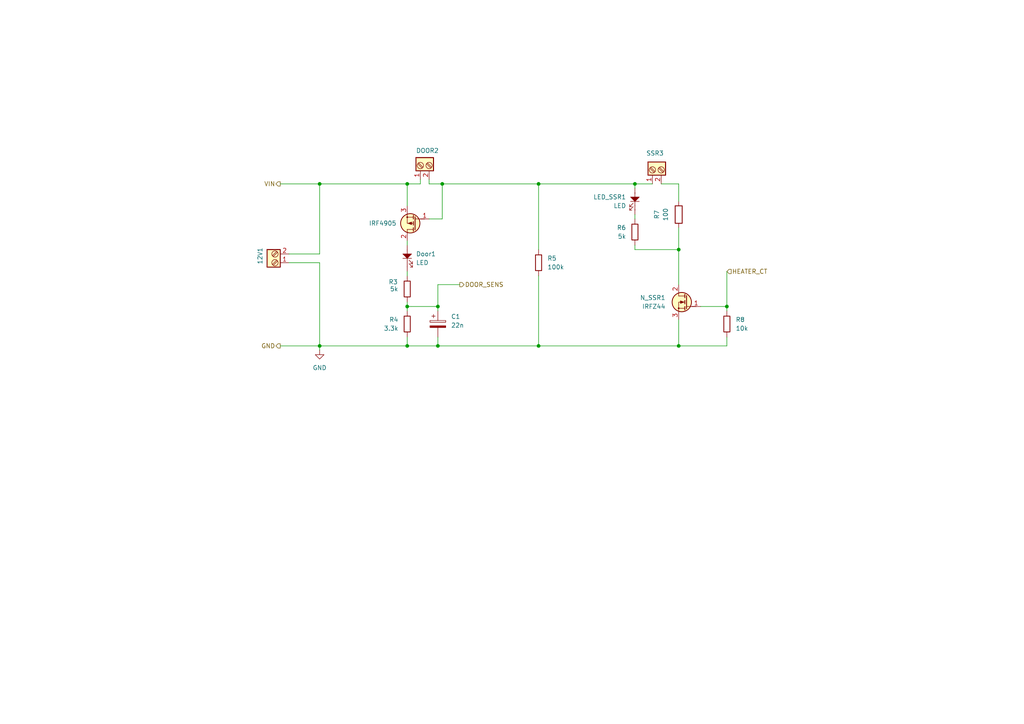
<source format=kicad_sch>
(kicad_sch
	(version 20231120)
	(generator "eeschema")
	(generator_version "8.0")
	(uuid "c90c17f1-45f4-4c99-8645-d20eff65396d")
	(paper "A4")
	(title_block
		(title "TEEKeeper - Temperature Electronic Environment Keeper")
		(date "2024-04-24")
		(company "https://github.com/Sigeardo/TEEKeeper")
	)
	(lib_symbols
		(symbol "Device:C_Polarized"
			(pin_numbers hide)
			(pin_names
				(offset 0.254)
			)
			(exclude_from_sim no)
			(in_bom yes)
			(on_board yes)
			(property "Reference" "C"
				(at 0.635 2.54 0)
				(effects
					(font
						(size 1.27 1.27)
					)
					(justify left)
				)
			)
			(property "Value" "C_Polarized"
				(at 0.635 -2.54 0)
				(effects
					(font
						(size 1.27 1.27)
					)
					(justify left)
				)
			)
			(property "Footprint" ""
				(at 0.9652 -3.81 0)
				(effects
					(font
						(size 1.27 1.27)
					)
					(hide yes)
				)
			)
			(property "Datasheet" "~"
				(at 0 0 0)
				(effects
					(font
						(size 1.27 1.27)
					)
					(hide yes)
				)
			)
			(property "Description" "Polarized capacitor"
				(at 0 0 0)
				(effects
					(font
						(size 1.27 1.27)
					)
					(hide yes)
				)
			)
			(property "ki_keywords" "cap capacitor"
				(at 0 0 0)
				(effects
					(font
						(size 1.27 1.27)
					)
					(hide yes)
				)
			)
			(property "ki_fp_filters" "CP_*"
				(at 0 0 0)
				(effects
					(font
						(size 1.27 1.27)
					)
					(hide yes)
				)
			)
			(symbol "C_Polarized_0_1"
				(rectangle
					(start -2.286 0.508)
					(end 2.286 1.016)
					(stroke
						(width 0)
						(type default)
					)
					(fill
						(type none)
					)
				)
				(polyline
					(pts
						(xy -1.778 2.286) (xy -0.762 2.286)
					)
					(stroke
						(width 0)
						(type default)
					)
					(fill
						(type none)
					)
				)
				(polyline
					(pts
						(xy -1.27 2.794) (xy -1.27 1.778)
					)
					(stroke
						(width 0)
						(type default)
					)
					(fill
						(type none)
					)
				)
				(rectangle
					(start 2.286 -0.508)
					(end -2.286 -1.016)
					(stroke
						(width 0)
						(type default)
					)
					(fill
						(type outline)
					)
				)
			)
			(symbol "C_Polarized_1_1"
				(pin passive line
					(at 0 3.81 270)
					(length 2.794)
					(name "~"
						(effects
							(font
								(size 1.27 1.27)
							)
						)
					)
					(number "1"
						(effects
							(font
								(size 1.27 1.27)
							)
						)
					)
				)
				(pin passive line
					(at 0 -3.81 90)
					(length 2.794)
					(name "~"
						(effects
							(font
								(size 1.27 1.27)
							)
						)
					)
					(number "2"
						(effects
							(font
								(size 1.27 1.27)
							)
						)
					)
				)
			)
		)
		(symbol "Device:R"
			(pin_numbers hide)
			(pin_names
				(offset 0)
			)
			(exclude_from_sim no)
			(in_bom yes)
			(on_board yes)
			(property "Reference" "R"
				(at 2.032 0 90)
				(effects
					(font
						(size 1.27 1.27)
					)
				)
			)
			(property "Value" "R"
				(at 0 0 90)
				(effects
					(font
						(size 1.27 1.27)
					)
				)
			)
			(property "Footprint" ""
				(at -1.778 0 90)
				(effects
					(font
						(size 1.27 1.27)
					)
					(hide yes)
				)
			)
			(property "Datasheet" "~"
				(at 0 0 0)
				(effects
					(font
						(size 1.27 1.27)
					)
					(hide yes)
				)
			)
			(property "Description" "Resistor"
				(at 0 0 0)
				(effects
					(font
						(size 1.27 1.27)
					)
					(hide yes)
				)
			)
			(property "ki_keywords" "R res resistor"
				(at 0 0 0)
				(effects
					(font
						(size 1.27 1.27)
					)
					(hide yes)
				)
			)
			(property "ki_fp_filters" "R_*"
				(at 0 0 0)
				(effects
					(font
						(size 1.27 1.27)
					)
					(hide yes)
				)
			)
			(symbol "R_0_1"
				(rectangle
					(start -1.016 -2.54)
					(end 1.016 2.54)
					(stroke
						(width 0.254)
						(type default)
					)
					(fill
						(type none)
					)
				)
			)
			(symbol "R_1_1"
				(pin passive line
					(at 0 3.81 270)
					(length 1.27)
					(name "~"
						(effects
							(font
								(size 1.27 1.27)
							)
						)
					)
					(number "1"
						(effects
							(font
								(size 1.27 1.27)
							)
						)
					)
				)
				(pin passive line
					(at 0 -3.81 90)
					(length 1.27)
					(name "~"
						(effects
							(font
								(size 1.27 1.27)
							)
						)
					)
					(number "2"
						(effects
							(font
								(size 1.27 1.27)
							)
						)
					)
				)
			)
		)
		(symbol "PCM_SL_Devices:LED"
			(exclude_from_sim no)
			(in_bom yes)
			(on_board yes)
			(property "Reference" "D"
				(at -0.508 5.334 0)
				(effects
					(font
						(size 1.27 1.27)
					)
				)
			)
			(property "Value" "LED"
				(at -0.508 2.794 0)
				(effects
					(font
						(size 1.27 1.27)
					)
				)
			)
			(property "Footprint" "LED_THT:LED_D5.0mm"
				(at -1.016 -2.794 0)
				(effects
					(font
						(size 1.27 1.27)
					)
					(hide yes)
				)
			)
			(property "Datasheet" ""
				(at -1.27 0 0)
				(effects
					(font
						(size 1.27 1.27)
					)
					(hide yes)
				)
			)
			(property "Description" "Common 5mm diameter LED"
				(at 0 0 0)
				(effects
					(font
						(size 1.27 1.27)
					)
					(hide yes)
				)
			)
			(property "ki_keywords" "LED 5mm"
				(at 0 0 0)
				(effects
					(font
						(size 1.27 1.27)
					)
					(hide yes)
				)
			)
			(property "ki_fp_filters" "LED_D5.0mm_Clear LED_D5.0mm_Horizontal_O1.27mm_Z3.0mm LED_D5.0mm_Horizontal_O3.81mm_Z3.0mm LED_D5.0mm_Horizontal_O6.35mm_Z3.0mm"
				(at 0 0 0)
				(effects
					(font
						(size 1.27 1.27)
					)
					(hide yes)
				)
			)
			(symbol "LED_0_1"
				(polyline
					(pts
						(xy -1.27 0) (xy -2.54 0)
					)
					(stroke
						(width 0)
						(type default)
					)
					(fill
						(type none)
					)
				)
				(polyline
					(pts
						(xy 0 1.27) (xy 0 -1.27)
					)
					(stroke
						(width 0)
						(type default)
					)
					(fill
						(type none)
					)
				)
				(polyline
					(pts
						(xy 0.508 0.508) (xy 1.524 1.524)
					)
					(stroke
						(width 0)
						(type default)
					)
					(fill
						(type none)
					)
				)
				(polyline
					(pts
						(xy 1.27 0) (xy 2.54 0)
					)
					(stroke
						(width 0)
						(type default)
					)
					(fill
						(type none)
					)
				)
				(polyline
					(pts
						(xy 1.524 0.508) (xy 2.54 1.524)
					)
					(stroke
						(width 0)
						(type default)
					)
					(fill
						(type none)
					)
				)
				(polyline
					(pts
						(xy 1.524 1.524) (xy 0.889 1.524)
					)
					(stroke
						(width 0)
						(type default)
					)
					(fill
						(type none)
					)
				)
				(polyline
					(pts
						(xy 1.524 1.524) (xy 1.524 0.889)
					)
					(stroke
						(width 0)
						(type default)
					)
					(fill
						(type none)
					)
				)
				(polyline
					(pts
						(xy 2.54 1.524) (xy 1.905 1.524)
					)
					(stroke
						(width 0)
						(type default)
					)
					(fill
						(type none)
					)
				)
				(polyline
					(pts
						(xy 2.54 1.524) (xy 2.54 0.889)
					)
					(stroke
						(width 0)
						(type default)
					)
					(fill
						(type none)
					)
				)
				(polyline
					(pts
						(xy 0 0) (xy -1.27 -1.27) (xy -1.27 1.27) (xy 0 0) (xy 1.27 0)
					)
					(stroke
						(width 0)
						(type default)
					)
					(fill
						(type outline)
					)
				)
			)
			(symbol "LED_1_1"
				(pin passive line
					(at 3.81 0 180)
					(length 1.5)
					(name "~"
						(effects
							(font
								(size 1.27 1.27)
							)
						)
					)
					(number "1"
						(effects
							(font
								(size 0 0)
							)
						)
					)
				)
				(pin passive line
					(at -3.81 0 0)
					(length 1.5)
					(name ""
						(effects
							(font
								(size 1.27 1.27)
							)
						)
					)
					(number "2"
						(effects
							(font
								(size 0 0)
							)
						)
					)
				)
			)
		)
		(symbol "PCM_SL_Resistors:4.7k"
			(exclude_from_sim no)
			(in_bom yes)
			(on_board yes)
			(property "Reference" "R"
				(at 0 5.08 0)
				(effects
					(font
						(size 1.27 1.27)
					)
				)
			)
			(property "Value" "4.7k"
				(at 0 2.54 0)
				(effects
					(font
						(size 1.27 1.27)
					)
				)
			)
			(property "Footprint" "Resistor_THT:R_Axial_DIN0207_L6.3mm_D2.5mm_P10.16mm_Horizontal"
				(at 0.889 -4.318 0)
				(effects
					(font
						(size 1.27 1.27)
					)
					(hide yes)
				)
			)
			(property "Datasheet" ""
				(at 0.508 0 0)
				(effects
					(font
						(size 1.27 1.27)
					)
					(hide yes)
				)
			)
			(property "Description" "4.7kΩ, 1/4W Resistor"
				(at 0 0 0)
				(effects
					(font
						(size 1.27 1.27)
					)
					(hide yes)
				)
			)
			(property "ki_keywords" "Resistor"
				(at 0 0 0)
				(effects
					(font
						(size 1.27 1.27)
					)
					(hide yes)
				)
			)
			(property "ki_fp_filters" "Resistor_THT:R_Axial_DIN0207_L6.3mm_D2.5mm*"
				(at 0 0 0)
				(effects
					(font
						(size 1.27 1.27)
					)
					(hide yes)
				)
			)
			(symbol "4.7k_0_1"
				(rectangle
					(start -2.286 0.889)
					(end 2.286 -0.889)
					(stroke
						(width 0.24)
						(type default)
					)
					(fill
						(type none)
					)
				)
			)
			(symbol "4.7k_1_1"
				(pin passive line
					(at -3.81 0 0)
					(length 1.5)
					(name ""
						(effects
							(font
								(size 1.27 1.27)
							)
						)
					)
					(number "1"
						(effects
							(font
								(size 0 0)
							)
						)
					)
				)
				(pin passive line
					(at 3.81 0 180)
					(length 1.5)
					(name "~"
						(effects
							(font
								(size 1.27 1.27)
							)
						)
					)
					(number "2"
						(effects
							(font
								(size 0 0)
							)
						)
					)
				)
			)
		)
		(symbol "PCM_SL_Resistors:6.8k"
			(exclude_from_sim no)
			(in_bom yes)
			(on_board yes)
			(property "Reference" "R"
				(at 0 5.08 0)
				(effects
					(font
						(size 1.27 1.27)
					)
				)
			)
			(property "Value" "6.8k"
				(at 0 2.54 0)
				(effects
					(font
						(size 1.27 1.27)
					)
				)
			)
			(property "Footprint" "Resistor_THT:R_Axial_DIN0207_L6.3mm_D2.5mm_P10.16mm_Horizontal"
				(at 0.889 -4.318 0)
				(effects
					(font
						(size 1.27 1.27)
					)
					(hide yes)
				)
			)
			(property "Datasheet" ""
				(at 0.508 0 0)
				(effects
					(font
						(size 1.27 1.27)
					)
					(hide yes)
				)
			)
			(property "Description" "6.8kΩ, 1/4W Resistor"
				(at 0 0 0)
				(effects
					(font
						(size 1.27 1.27)
					)
					(hide yes)
				)
			)
			(property "ki_keywords" "Resistor"
				(at 0 0 0)
				(effects
					(font
						(size 1.27 1.27)
					)
					(hide yes)
				)
			)
			(property "ki_fp_filters" "Resistor_THT:R_Axial_DIN0207_L6.3mm_D2.5mm*"
				(at 0 0 0)
				(effects
					(font
						(size 1.27 1.27)
					)
					(hide yes)
				)
			)
			(symbol "6.8k_0_1"
				(rectangle
					(start -2.286 0.889)
					(end 2.286 -0.889)
					(stroke
						(width 0.24)
						(type default)
					)
					(fill
						(type none)
					)
				)
			)
			(symbol "6.8k_1_1"
				(pin passive line
					(at -3.81 0 0)
					(length 1.5)
					(name ""
						(effects
							(font
								(size 1.27 1.27)
							)
						)
					)
					(number "1"
						(effects
							(font
								(size 0 0)
							)
						)
					)
				)
				(pin passive line
					(at 3.81 0 180)
					(length 1.5)
					(name "~"
						(effects
							(font
								(size 1.27 1.27)
							)
						)
					)
					(number "2"
						(effects
							(font
								(size 0 0)
							)
						)
					)
				)
			)
		)
		(symbol "PCM_SL_Screw_Terminal:Screw_Terminal_2_P5.00mm"
			(exclude_from_sim no)
			(in_bom yes)
			(on_board yes)
			(property "Reference" "J"
				(at 0 3.81 0)
				(effects
					(font
						(size 1.27 1.27)
					)
				)
			)
			(property "Value" "Screw_Terminal_2_P5.00mm"
				(at 0 -3.81 0)
				(effects
					(font
						(size 1.27 1.27)
					)
				)
			)
			(property "Footprint" "TerminalBlock_Phoenix:TerminalBlock_Phoenix_PT-1,5-2-5.0-H_1x02_P5.00mm_Horizontal"
				(at 1.27 -6.35 0)
				(effects
					(font
						(size 1.27 1.27)
					)
					(hide yes)
				)
			)
			(property "Datasheet" ""
				(at 0 0 0)
				(effects
					(font
						(size 1.27 1.27)
					)
					(hide yes)
				)
			)
			(property "Description" ""
				(at 0 0 0)
				(effects
					(font
						(size 1.27 1.27)
					)
					(hide yes)
				)
			)
			(property "ki_keywords" "Screw Terminal"
				(at 0 0 0)
				(effects
					(font
						(size 1.27 1.27)
					)
					(hide yes)
				)
			)
			(symbol "Screw_Terminal_2_P5.00mm_0_1"
				(rectangle
					(start -1.27 2.54)
					(end 2.54 -2.54)
					(stroke
						(width 0.3)
						(type default)
					)
					(fill
						(type background)
					)
				)
				(polyline
					(pts
						(xy -0.254 -2.032) (xy 1.016 -0.762)
					)
					(stroke
						(width 0)
						(type default)
					)
					(fill
						(type none)
					)
				)
				(polyline
					(pts
						(xy -0.254 0.508) (xy 1.016 1.778)
					)
					(stroke
						(width 0)
						(type default)
					)
					(fill
						(type none)
					)
				)
				(polyline
					(pts
						(xy 0 -1.27) (xy -0.508 -1.778) (xy 0.762 -0.508)
					)
					(stroke
						(width 0)
						(type default)
					)
					(fill
						(type none)
					)
				)
				(polyline
					(pts
						(xy 0 1.27) (xy -0.508 0.762) (xy 0.762 2.032)
					)
					(stroke
						(width 0)
						(type default)
					)
					(fill
						(type none)
					)
				)
				(circle
					(center 0.254 -1.27)
					(radius 0.9158)
					(stroke
						(width 0)
						(type default)
					)
					(fill
						(type none)
					)
				)
				(circle
					(center 0.254 1.27)
					(radius 0.9158)
					(stroke
						(width 0)
						(type default)
					)
					(fill
						(type none)
					)
				)
			)
			(symbol "Screw_Terminal_2_P5.00mm_1_1"
				(pin passive line
					(at -3.81 1.27 0)
					(length 2.54)
					(name ""
						(effects
							(font
								(size 1.27 1.27)
							)
						)
					)
					(number "1"
						(effects
							(font
								(size 1.27 1.27)
							)
						)
					)
				)
				(pin passive line
					(at -3.81 -1.27 0)
					(length 2.54)
					(name ""
						(effects
							(font
								(size 1.27 1.27)
							)
						)
					)
					(number "2"
						(effects
							(font
								(size 1.27 1.27)
							)
						)
					)
				)
			)
		)
		(symbol "PCM_Transistor_MOSFET_AKL:IRF4905"
			(pin_names hide)
			(exclude_from_sim no)
			(in_bom yes)
			(on_board yes)
			(property "Reference" "Q"
				(at 5.08 1.27 0)
				(effects
					(font
						(size 1.27 1.27)
					)
					(justify left)
				)
			)
			(property "Value" "IRF4905"
				(at 5.08 -1.27 0)
				(effects
					(font
						(size 1.27 1.27)
					)
					(justify left)
				)
			)
			(property "Footprint" "PCM_Package_TO_SOT_THT_AKL:TO-220-3_Vertical_GDS"
				(at 5.08 -2.54 0)
				(effects
					(font
						(size 1.27 1.27)
					)
					(hide yes)
				)
			)
			(property "Datasheet" "https://www.tme.eu/Document/6b5423f4bc207bf599b8e5a57c2f701a/irf4905.pdf"
				(at 0 0 0)
				(effects
					(font
						(size 1.27 1.27)
					)
					(hide yes)
				)
			)
			(property "Description" "TO-220 P-MOSFET enchancement mode transistor, 55V, 74A, 200W, Alternate KiCAD Library"
				(at 0 0 0)
				(effects
					(font
						(size 1.27 1.27)
					)
					(hide yes)
				)
			)
			(property "ki_keywords" "enchancement mosfet pmosfet p-mosfet pmos p-mos emos emosfet IRF4905"
				(at 0 0 0)
				(effects
					(font
						(size 1.27 1.27)
					)
					(hide yes)
				)
			)
			(symbol "IRF4905_0_1"
				(polyline
					(pts
						(xy 0.254 -1.905) (xy 0.254 1.905)
					)
					(stroke
						(width 0.254)
						(type default)
					)
					(fill
						(type none)
					)
				)
				(polyline
					(pts
						(xy 0.254 1.27) (xy -2.54 1.27)
					)
					(stroke
						(width 0)
						(type default)
					)
					(fill
						(type none)
					)
				)
				(polyline
					(pts
						(xy 0.762 -2.286) (xy 0.762 -1.27)
					)
					(stroke
						(width 0.254)
						(type default)
					)
					(fill
						(type none)
					)
				)
				(polyline
					(pts
						(xy 0.762 -1.778) (xy 2.54 -1.778)
					)
					(stroke
						(width 0)
						(type default)
					)
					(fill
						(type none)
					)
				)
				(polyline
					(pts
						(xy 0.762 -0.508) (xy 0.762 0.508)
					)
					(stroke
						(width 0.254)
						(type default)
					)
					(fill
						(type none)
					)
				)
				(polyline
					(pts
						(xy 0.762 1.27) (xy 0.762 2.286)
					)
					(stroke
						(width 0.254)
						(type default)
					)
					(fill
						(type none)
					)
				)
				(polyline
					(pts
						(xy 0.762 1.778) (xy 2.54 1.778)
					)
					(stroke
						(width 0)
						(type default)
					)
					(fill
						(type none)
					)
				)
				(polyline
					(pts
						(xy 2.54 -2.54) (xy 2.54 -1.778)
					)
					(stroke
						(width 0)
						(type default)
					)
					(fill
						(type none)
					)
				)
				(polyline
					(pts
						(xy 2.54 2.54) (xy 2.54 0) (xy 0.762 0)
					)
					(stroke
						(width 0)
						(type default)
					)
					(fill
						(type none)
					)
				)
				(polyline
					(pts
						(xy 2.286 0) (xy 1.27 -0.381) (xy 1.27 0.381) (xy 2.286 0)
					)
					(stroke
						(width 0)
						(type default)
					)
					(fill
						(type outline)
					)
				)
			)
			(symbol "IRF4905_1_1"
				(circle
					(center 1.651 0)
					(radius 2.794)
					(stroke
						(width 0.254)
						(type default)
					)
					(fill
						(type background)
					)
				)
				(circle
					(center 2.54 1.778)
					(radius 0.1778)
					(stroke
						(width 0)
						(type default)
					)
					(fill
						(type outline)
					)
				)
				(pin input line
					(at -3.81 1.27 0)
					(length 2.54)
					(name "G"
						(effects
							(font
								(size 1.27 1.27)
							)
						)
					)
					(number "1"
						(effects
							(font
								(size 1.27 1.27)
							)
						)
					)
				)
				(pin passive line
					(at 2.54 -5.08 90)
					(length 2.54)
					(name "D"
						(effects
							(font
								(size 1.27 1.27)
							)
						)
					)
					(number "2"
						(effects
							(font
								(size 1.27 1.27)
							)
						)
					)
				)
				(pin passive line
					(at 2.54 5.08 270)
					(length 2.54)
					(name "S"
						(effects
							(font
								(size 1.27 1.27)
							)
						)
					)
					(number "3"
						(effects
							(font
								(size 1.27 1.27)
							)
						)
					)
				)
			)
		)
		(symbol "PCM_Transistor_MOSFET_AKL:IRFZ44"
			(pin_names hide)
			(exclude_from_sim no)
			(in_bom yes)
			(on_board yes)
			(property "Reference" "Q"
				(at 5.08 1.27 0)
				(effects
					(font
						(size 1.27 1.27)
					)
					(justify left)
				)
			)
			(property "Value" "IRFZ44"
				(at 5.08 -1.27 0)
				(effects
					(font
						(size 1.27 1.27)
					)
					(justify left)
				)
			)
			(property "Footprint" "PCM_Package_TO_SOT_THT_AKL:TO-220-3_Vertical_GDS"
				(at 5.08 2.54 0)
				(effects
					(font
						(size 1.27 1.27)
					)
					(hide yes)
				)
			)
			(property "Datasheet" "https://www.tme.eu/Document/0a193606916533598eb8a6f20b25c9c9/IRFZ44.pdf"
				(at 0 0 0)
				(effects
					(font
						(size 1.27 1.27)
					)
					(hide yes)
				)
			)
			(property "Description" "TO-220 N-MOSFET enchancement mode transistor, 60V, 50A, 150W, Alternate KiCAD Library"
				(at 0 0 0)
				(effects
					(font
						(size 1.27 1.27)
					)
					(hide yes)
				)
			)
			(property "ki_keywords" "enchancement mosfet nmosfet n-mosfet nmos n-mos emos emosfet IRFZ44"
				(at 0 0 0)
				(effects
					(font
						(size 1.27 1.27)
					)
					(hide yes)
				)
			)
			(symbol "IRFZ44_0_1"
				(polyline
					(pts
						(xy 0.254 -1.27) (xy -2.54 -1.27)
					)
					(stroke
						(width 0)
						(type default)
					)
					(fill
						(type none)
					)
				)
				(polyline
					(pts
						(xy 0.254 1.905) (xy 0.254 -1.905)
					)
					(stroke
						(width 0.254)
						(type default)
					)
					(fill
						(type none)
					)
				)
				(polyline
					(pts
						(xy 0.762 -1.778) (xy 2.54 -1.778)
					)
					(stroke
						(width 0)
						(type default)
					)
					(fill
						(type none)
					)
				)
				(polyline
					(pts
						(xy 0.762 -1.27) (xy 0.762 -2.286)
					)
					(stroke
						(width 0.254)
						(type default)
					)
					(fill
						(type none)
					)
				)
				(polyline
					(pts
						(xy 0.762 0.508) (xy 0.762 -0.508)
					)
					(stroke
						(width 0.254)
						(type default)
					)
					(fill
						(type none)
					)
				)
				(polyline
					(pts
						(xy 0.762 2.286) (xy 0.762 1.27)
					)
					(stroke
						(width 0.254)
						(type default)
					)
					(fill
						(type none)
					)
				)
				(polyline
					(pts
						(xy 2.54 1.778) (xy 0.762 1.778)
					)
					(stroke
						(width 0)
						(type default)
					)
					(fill
						(type none)
					)
				)
				(polyline
					(pts
						(xy 2.54 2.54) (xy 2.54 1.778)
					)
					(stroke
						(width 0)
						(type default)
					)
					(fill
						(type none)
					)
				)
				(polyline
					(pts
						(xy 2.54 -2.54) (xy 2.54 0) (xy 0.762 0)
					)
					(stroke
						(width 0)
						(type default)
					)
					(fill
						(type none)
					)
				)
				(polyline
					(pts
						(xy 1.016 0) (xy 2.032 0.381) (xy 2.032 -0.381) (xy 1.016 0)
					)
					(stroke
						(width 0)
						(type default)
					)
					(fill
						(type outline)
					)
				)
				(circle
					(center 1.651 0)
					(radius 2.794)
					(stroke
						(width 0.254)
						(type default)
					)
					(fill
						(type background)
					)
				)
				(circle
					(center 2.54 -1.778)
					(radius 0.1778)
					(stroke
						(width 0)
						(type default)
					)
					(fill
						(type outline)
					)
				)
			)
			(symbol "IRFZ44_1_1"
				(pin input line
					(at -3.81 -1.27 0)
					(length 2.54)
					(name "G"
						(effects
							(font
								(size 1.27 1.27)
							)
						)
					)
					(number "1"
						(effects
							(font
								(size 1.27 1.27)
							)
						)
					)
				)
				(pin passive line
					(at 2.54 5.08 270)
					(length 2.54)
					(name "D"
						(effects
							(font
								(size 1.27 1.27)
							)
						)
					)
					(number "2"
						(effects
							(font
								(size 1.27 1.27)
							)
						)
					)
				)
				(pin passive line
					(at 2.54 -5.08 90)
					(length 2.54)
					(name "S"
						(effects
							(font
								(size 1.27 1.27)
							)
						)
					)
					(number "3"
						(effects
							(font
								(size 1.27 1.27)
							)
						)
					)
				)
			)
		)
		(symbol "Screw_Terminal_2_P5.00mm_1"
			(exclude_from_sim no)
			(in_bom yes)
			(on_board yes)
			(property "Reference" "12V1"
				(at 4.572 1.778 90)
				(effects
					(font
						(size 1.27 1.27)
					)
					(justify right)
				)
			)
			(property "Value" "Screw_Terminal_2_P5.00mm"
				(at -0.6349 -3.81 90)
				(effects
					(font
						(size 1.27 1.27)
					)
					(justify right)
					(hide yes)
				)
			)
			(property "Footprint" "TerminalBlock_Phoenix:TerminalBlock_Phoenix_PT-1,5-2-5.0-H_1x02_P5.00mm_Horizontal"
				(at 1.27 -6.35 0)
				(effects
					(font
						(size 1.27 1.27)
					)
					(hide yes)
				)
			)
			(property "Datasheet" ""
				(at 0 0 0)
				(effects
					(font
						(size 1.27 1.27)
					)
					(hide yes)
				)
			)
			(property "Description" ""
				(at 0 0 0)
				(effects
					(font
						(size 1.27 1.27)
					)
					(hide yes)
				)
			)
			(property "ki_keywords" "Screw Terminal"
				(at 0 0 0)
				(effects
					(font
						(size 1.27 1.27)
					)
					(hide yes)
				)
			)
			(symbol "Screw_Terminal_2_P5.00mm_1_0_1"
				(rectangle
					(start -1.27 2.54)
					(end 2.54 -2.54)
					(stroke
						(width 0.3)
						(type default)
					)
					(fill
						(type background)
					)
				)
				(polyline
					(pts
						(xy -0.254 -2.032) (xy 1.016 -0.762)
					)
					(stroke
						(width 0)
						(type default)
					)
					(fill
						(type none)
					)
				)
				(polyline
					(pts
						(xy -0.254 0.508) (xy 1.016 1.778)
					)
					(stroke
						(width 0)
						(type default)
					)
					(fill
						(type none)
					)
				)
				(polyline
					(pts
						(xy 0 -1.27) (xy -0.508 -1.778) (xy 0.762 -0.508)
					)
					(stroke
						(width 0)
						(type default)
					)
					(fill
						(type none)
					)
				)
				(polyline
					(pts
						(xy 0 1.27) (xy -0.508 0.762) (xy 0.762 2.032)
					)
					(stroke
						(width 0)
						(type default)
					)
					(fill
						(type none)
					)
				)
				(circle
					(center 0.254 -1.27)
					(radius 0.9158)
					(stroke
						(width 0)
						(type default)
					)
					(fill
						(type none)
					)
				)
				(circle
					(center 0.254 1.27)
					(radius 0.9158)
					(stroke
						(width 0)
						(type default)
					)
					(fill
						(type none)
					)
				)
			)
			(symbol "Screw_Terminal_2_P5.00mm_1_1_1"
				(pin passive line
					(at -3.81 1.27 0)
					(length 2.54)
					(name ""
						(effects
							(font
								(size 1.27 1.27)
							)
						)
					)
					(number "1"
						(effects
							(font
								(size 1.27 1.27)
							)
						)
					)
				)
				(pin passive line
					(at -3.81 -1.27 0)
					(length 2.54)
					(name ""
						(effects
							(font
								(size 1.27 1.27)
							)
						)
					)
					(number "2"
						(effects
							(font
								(size 1.27 1.27)
							)
						)
					)
				)
			)
		)
		(symbol "power:GND"
			(power)
			(pin_numbers hide)
			(pin_names
				(offset 0) hide)
			(exclude_from_sim no)
			(in_bom yes)
			(on_board yes)
			(property "Reference" "#PWR"
				(at 0 -6.35 0)
				(effects
					(font
						(size 1.27 1.27)
					)
					(hide yes)
				)
			)
			(property "Value" "GND"
				(at 0 -3.81 0)
				(effects
					(font
						(size 1.27 1.27)
					)
				)
			)
			(property "Footprint" ""
				(at 0 0 0)
				(effects
					(font
						(size 1.27 1.27)
					)
					(hide yes)
				)
			)
			(property "Datasheet" ""
				(at 0 0 0)
				(effects
					(font
						(size 1.27 1.27)
					)
					(hide yes)
				)
			)
			(property "Description" "Power symbol creates a global label with name \"GND\" , ground"
				(at 0 0 0)
				(effects
					(font
						(size 1.27 1.27)
					)
					(hide yes)
				)
			)
			(property "ki_keywords" "global power"
				(at 0 0 0)
				(effects
					(font
						(size 1.27 1.27)
					)
					(hide yes)
				)
			)
			(symbol "GND_0_1"
				(polyline
					(pts
						(xy 0 0) (xy 0 -1.27) (xy 1.27 -1.27) (xy 0 -2.54) (xy -1.27 -1.27) (xy 0 -1.27)
					)
					(stroke
						(width 0)
						(type default)
					)
					(fill
						(type none)
					)
				)
			)
			(symbol "GND_1_1"
				(pin power_in line
					(at 0 0 270)
					(length 0)
					(name "~"
						(effects
							(font
								(size 1.27 1.27)
							)
						)
					)
					(number "1"
						(effects
							(font
								(size 1.27 1.27)
							)
						)
					)
				)
			)
		)
	)
	(junction
		(at 156.21 100.33)
		(diameter 0)
		(color 0 0 0 0)
		(uuid "08cfe768-146b-4ba6-b7dd-8e569725cf5f")
	)
	(junction
		(at 128.27 53.34)
		(diameter 0)
		(color 0 0 0 0)
		(uuid "12751fa2-3b45-4fdd-9b12-5a7a94da3078")
	)
	(junction
		(at 156.21 53.34)
		(diameter 0)
		(color 0 0 0 0)
		(uuid "38501b6e-1e6e-4495-a23c-ce2687410bf9")
	)
	(junction
		(at 127 88.9)
		(diameter 0)
		(color 0 0 0 0)
		(uuid "476118e6-71e3-469a-9dd3-b3be71f806e4")
	)
	(junction
		(at 118.11 100.33)
		(diameter 0)
		(color 0 0 0 0)
		(uuid "4ec73b9f-8782-482e-b582-4799e9aeeccf")
	)
	(junction
		(at 196.85 100.33)
		(diameter 0)
		(color 0 0 0 0)
		(uuid "9c4085cb-044d-41cd-9cb0-e4203fb08af7")
	)
	(junction
		(at 127 100.33)
		(diameter 0)
		(color 0 0 0 0)
		(uuid "a881a97b-c1cf-406c-9ffc-b22d01aab630")
	)
	(junction
		(at 118.11 53.34)
		(diameter 0)
		(color 0 0 0 0)
		(uuid "b87047b4-fc42-43f0-97ba-bfe0ec6b152e")
	)
	(junction
		(at 196.85 72.39)
		(diameter 0)
		(color 0 0 0 0)
		(uuid "c9a02dd5-51cf-4eec-a6d6-eaf48ee9936b")
	)
	(junction
		(at 92.71 53.34)
		(diameter 0)
		(color 0 0 0 0)
		(uuid "ca046db2-fb61-4c95-aefc-2e5ea5b494d8")
	)
	(junction
		(at 92.71 100.33)
		(diameter 0)
		(color 0 0 0 0)
		(uuid "cd815841-ad05-4fb3-b185-02a5e3a68c39")
	)
	(junction
		(at 118.11 88.9)
		(diameter 0)
		(color 0 0 0 0)
		(uuid "ce0413a0-fa77-44c9-8c3e-2814859a1ff0")
	)
	(junction
		(at 184.15 53.34)
		(diameter 0)
		(color 0 0 0 0)
		(uuid "dd14206d-0a3b-4526-812b-f9b5a6892780")
	)
	(junction
		(at 210.82 88.9)
		(diameter 0)
		(color 0 0 0 0)
		(uuid "eac1b125-4cea-4444-bb44-04af2dd8954a")
	)
	(wire
		(pts
			(xy 128.27 53.34) (xy 124.46 53.34)
		)
		(stroke
			(width 0)
			(type default)
		)
		(uuid "05ded2b1-be19-4504-a7c3-a4df8a31b33a")
	)
	(wire
		(pts
			(xy 124.46 53.34) (xy 124.46 52.07)
		)
		(stroke
			(width 0)
			(type default)
		)
		(uuid "10f24476-f13d-4598-9b85-daba4cb0214c")
	)
	(wire
		(pts
			(xy 127 100.33) (xy 127 97.79)
		)
		(stroke
			(width 0)
			(type default)
		)
		(uuid "166a33df-8aae-498b-9af3-b0ad25325950")
	)
	(wire
		(pts
			(xy 203.2 88.9) (xy 210.82 88.9)
		)
		(stroke
			(width 0)
			(type default)
		)
		(uuid "18594990-d3f7-478d-abd6-4d947e6ac819")
	)
	(wire
		(pts
			(xy 118.11 53.34) (xy 121.92 53.34)
		)
		(stroke
			(width 0)
			(type default)
		)
		(uuid "1ba19979-c963-4d8d-aa03-b383f89387f5")
	)
	(wire
		(pts
			(xy 196.85 100.33) (xy 210.82 100.33)
		)
		(stroke
			(width 0)
			(type default)
		)
		(uuid "1e0ca420-3ce8-4037-a791-7740ac88e159")
	)
	(wire
		(pts
			(xy 191.77 53.34) (xy 196.85 53.34)
		)
		(stroke
			(width 0)
			(type default)
		)
		(uuid "207191c2-7afd-4d0b-9a83-9b35202ef771")
	)
	(wire
		(pts
			(xy 196.85 66.04) (xy 196.85 72.39)
		)
		(stroke
			(width 0)
			(type default)
		)
		(uuid "3f9e5c12-d5dd-4283-a05c-840aa3daa243")
	)
	(wire
		(pts
			(xy 127 88.9) (xy 127 90.17)
		)
		(stroke
			(width 0)
			(type default)
		)
		(uuid "42a0cd6e-1004-41af-9c82-23b4e8f2b264")
	)
	(wire
		(pts
			(xy 184.15 62.23) (xy 184.15 63.5)
		)
		(stroke
			(width 0)
			(type default)
		)
		(uuid "59129346-2991-495e-84c5-c3588b8d7ecc")
	)
	(wire
		(pts
			(xy 92.71 100.33) (xy 118.11 100.33)
		)
		(stroke
			(width 0)
			(type default)
		)
		(uuid "5b57abca-0eed-430c-9332-2a9505d1a8e0")
	)
	(wire
		(pts
			(xy 83.82 76.2) (xy 92.71 76.2)
		)
		(stroke
			(width 0)
			(type default)
		)
		(uuid "5cb1a1e7-5730-4070-9873-800587acb04e")
	)
	(wire
		(pts
			(xy 210.82 97.79) (xy 210.82 100.33)
		)
		(stroke
			(width 0)
			(type default)
		)
		(uuid "5ea7d514-f9fa-4545-90c6-20c41e72b716")
	)
	(wire
		(pts
			(xy 127 100.33) (xy 156.21 100.33)
		)
		(stroke
			(width 0)
			(type default)
		)
		(uuid "5f28036c-a1ef-432b-87fa-be43896a6228")
	)
	(wire
		(pts
			(xy 118.11 80.01) (xy 118.11 78.74)
		)
		(stroke
			(width 0)
			(type default)
		)
		(uuid "682c39db-d813-425f-86a0-122775d269fc")
	)
	(wire
		(pts
			(xy 118.11 69.85) (xy 118.11 71.12)
		)
		(stroke
			(width 0)
			(type default)
		)
		(uuid "7015a94f-09bf-4ec9-985b-8450c3ca37f3")
	)
	(wire
		(pts
			(xy 92.71 100.33) (xy 92.71 101.6)
		)
		(stroke
			(width 0)
			(type default)
		)
		(uuid "75164ae6-5c9e-4b37-96f6-4cbc03e10956")
	)
	(wire
		(pts
			(xy 127 82.55) (xy 133.35 82.55)
		)
		(stroke
			(width 0)
			(type default)
		)
		(uuid "7a1e7dd9-7c49-4ab0-b9cc-553686b55743")
	)
	(wire
		(pts
			(xy 184.15 53.34) (xy 189.23 53.34)
		)
		(stroke
			(width 0)
			(type default)
		)
		(uuid "7dad9e79-7495-4bdf-a175-2c8d9275deef")
	)
	(wire
		(pts
			(xy 196.85 53.34) (xy 196.85 58.42)
		)
		(stroke
			(width 0)
			(type default)
		)
		(uuid "7f0cc475-8226-4359-8b17-96fcbb826fb4")
	)
	(wire
		(pts
			(xy 210.82 78.74) (xy 210.82 88.9)
		)
		(stroke
			(width 0)
			(type default)
		)
		(uuid "7f58fbaa-6672-48c1-a426-d4a17fb42ea1")
	)
	(wire
		(pts
			(xy 156.21 80.01) (xy 156.21 100.33)
		)
		(stroke
			(width 0)
			(type default)
		)
		(uuid "834ed30b-ad5f-4b3d-a743-c6f7f992fcef")
	)
	(wire
		(pts
			(xy 92.71 73.66) (xy 92.71 53.34)
		)
		(stroke
			(width 0)
			(type default)
		)
		(uuid "87e72654-5928-41cb-a47c-a6da1dddf100")
	)
	(wire
		(pts
			(xy 128.27 53.34) (xy 128.27 63.5)
		)
		(stroke
			(width 0)
			(type default)
		)
		(uuid "88bc27fd-c337-4acf-93ab-b7cb1fbc6782")
	)
	(wire
		(pts
			(xy 196.85 92.71) (xy 196.85 100.33)
		)
		(stroke
			(width 0)
			(type default)
		)
		(uuid "93e5710e-bd15-4c3a-bb3f-9433143e74bd")
	)
	(wire
		(pts
			(xy 156.21 53.34) (xy 156.21 72.39)
		)
		(stroke
			(width 0)
			(type default)
		)
		(uuid "9bf28007-9fd6-4169-b76b-b26b59debe9a")
	)
	(wire
		(pts
			(xy 121.92 53.34) (xy 121.92 52.07)
		)
		(stroke
			(width 0)
			(type default)
		)
		(uuid "9dc40f92-f79d-4410-9084-db7eaa19fcee")
	)
	(wire
		(pts
			(xy 118.11 88.9) (xy 118.11 90.17)
		)
		(stroke
			(width 0)
			(type default)
		)
		(uuid "9f1578ac-ee46-45e7-b21a-284291b2ed19")
	)
	(wire
		(pts
			(xy 127 82.55) (xy 127 88.9)
		)
		(stroke
			(width 0)
			(type default)
		)
		(uuid "a3a0d7f1-9297-4fca-9a24-6b8a5fca1151")
	)
	(wire
		(pts
			(xy 81.28 100.33) (xy 92.71 100.33)
		)
		(stroke
			(width 0)
			(type default)
		)
		(uuid "a4217c13-a5b2-477a-82c6-ea935fae8153")
	)
	(wire
		(pts
			(xy 118.11 87.63) (xy 118.11 88.9)
		)
		(stroke
			(width 0)
			(type default)
		)
		(uuid "a62472a2-77f2-4967-bb14-483f53a3c210")
	)
	(wire
		(pts
			(xy 118.11 100.33) (xy 127 100.33)
		)
		(stroke
			(width 0)
			(type default)
		)
		(uuid "a733bcac-e956-4f29-9ffe-584987b12213")
	)
	(wire
		(pts
			(xy 128.27 53.34) (xy 156.21 53.34)
		)
		(stroke
			(width 0)
			(type default)
		)
		(uuid "ad954ba3-cd2f-405d-b8e6-7baa3827e658")
	)
	(wire
		(pts
			(xy 92.71 53.34) (xy 118.11 53.34)
		)
		(stroke
			(width 0)
			(type default)
		)
		(uuid "ae0e2977-a50a-49c9-a66a-ae3207901671")
	)
	(wire
		(pts
			(xy 92.71 76.2) (xy 92.71 100.33)
		)
		(stroke
			(width 0)
			(type default)
		)
		(uuid "b3e7c0c3-b495-46a0-b5f9-1d08e3eb9553")
	)
	(wire
		(pts
			(xy 184.15 72.39) (xy 184.15 71.12)
		)
		(stroke
			(width 0)
			(type default)
		)
		(uuid "c44261d4-2f2b-4393-8c9f-a17553ddc246")
	)
	(wire
		(pts
			(xy 83.82 73.66) (xy 92.71 73.66)
		)
		(stroke
			(width 0)
			(type default)
		)
		(uuid "c5323ee4-4b78-448a-aa65-9fd349acd6c1")
	)
	(wire
		(pts
			(xy 196.85 72.39) (xy 196.85 82.55)
		)
		(stroke
			(width 0)
			(type default)
		)
		(uuid "c8fafd8b-cee4-433e-b803-918236aeddf0")
	)
	(wire
		(pts
			(xy 127 88.9) (xy 118.11 88.9)
		)
		(stroke
			(width 0)
			(type default)
		)
		(uuid "ccccbc9c-6998-4085-ad3e-d99d8a18f4cb")
	)
	(wire
		(pts
			(xy 210.82 88.9) (xy 210.82 90.17)
		)
		(stroke
			(width 0)
			(type default)
		)
		(uuid "cdd0447e-5151-4d96-b1ce-c2775ddb3341")
	)
	(wire
		(pts
			(xy 184.15 53.34) (xy 184.15 54.61)
		)
		(stroke
			(width 0)
			(type default)
		)
		(uuid "d2d31e71-aa68-4e83-93e9-5c7314e3d94f")
	)
	(wire
		(pts
			(xy 184.15 72.39) (xy 196.85 72.39)
		)
		(stroke
			(width 0)
			(type default)
		)
		(uuid "d75c4cce-c58d-40c1-b7a2-335f7a8f76ac")
	)
	(wire
		(pts
			(xy 118.11 53.34) (xy 118.11 59.69)
		)
		(stroke
			(width 0)
			(type default)
		)
		(uuid "d8ad5807-9845-430f-96a6-bb4dc0878106")
	)
	(wire
		(pts
			(xy 118.11 97.79) (xy 118.11 100.33)
		)
		(stroke
			(width 0)
			(type default)
		)
		(uuid "df8ca52c-aa25-4e68-abfa-3ad33c39b257")
	)
	(wire
		(pts
			(xy 128.27 63.5) (xy 124.46 63.5)
		)
		(stroke
			(width 0)
			(type default)
		)
		(uuid "e36b09a6-e437-4205-b031-555b95f723a1")
	)
	(wire
		(pts
			(xy 156.21 53.34) (xy 184.15 53.34)
		)
		(stroke
			(width 0)
			(type default)
		)
		(uuid "e6fad95b-0780-4e61-9210-c8bca9bad39c")
	)
	(wire
		(pts
			(xy 156.21 100.33) (xy 196.85 100.33)
		)
		(stroke
			(width 0)
			(type default)
		)
		(uuid "f5bd5e18-59c4-4ab2-b9e2-9bcf3d9cb22c")
	)
	(wire
		(pts
			(xy 81.28 53.34) (xy 92.71 53.34)
		)
		(stroke
			(width 0)
			(type default)
		)
		(uuid "f7f4b3e7-dc79-47a8-8d4a-fa1e2023b082")
	)
	(hierarchical_label "VIN"
		(shape output)
		(at 81.28 53.34 180)
		(fields_autoplaced yes)
		(effects
			(font
				(size 1.27 1.27)
			)
			(justify right)
		)
		(uuid "2ad1d41c-2e2c-424f-8c78-3be8340d4b7d")
	)
	(hierarchical_label "HEATER_CT"
		(shape input)
		(at 210.82 78.74 0)
		(fields_autoplaced yes)
		(effects
			(font
				(size 1.27 1.27)
			)
			(justify left)
		)
		(uuid "3f690d39-d0e5-4325-9104-e7b112906860")
	)
	(hierarchical_label "GND"
		(shape output)
		(at 81.28 100.33 180)
		(fields_autoplaced yes)
		(effects
			(font
				(size 1.27 1.27)
			)
			(justify right)
		)
		(uuid "6b7a7e22-3135-4eb8-9671-7f3bb6452124")
	)
	(hierarchical_label "DOOR_SENS"
		(shape output)
		(at 133.35 82.55 0)
		(fields_autoplaced yes)
		(effects
			(font
				(size 1.27 1.27)
			)
			(justify left)
		)
		(uuid "9d82a8f2-aba1-41e4-bcc4-260e05115e88")
	)
	(symbol
		(lib_id "Device:C_Polarized")
		(at 127 93.98 0)
		(unit 1)
		(exclude_from_sim no)
		(in_bom yes)
		(on_board yes)
		(dnp no)
		(fields_autoplaced yes)
		(uuid "1d915349-5b64-4d26-87d8-e93ff631b3bc")
		(property "Reference" "C1"
			(at 130.81 91.8209 0)
			(effects
				(font
					(size 1.27 1.27)
				)
				(justify left)
			)
		)
		(property "Value" "22n"
			(at 130.81 94.3609 0)
			(effects
				(font
					(size 1.27 1.27)
				)
				(justify left)
			)
		)
		(property "Footprint" "PCM_Capacitor_THT_AKL:CP_Radial_D5.0mm_P2.50mm"
			(at 127.9652 97.79 0)
			(effects
				(font
					(size 1.27 1.27)
				)
				(hide yes)
			)
		)
		(property "Datasheet" "~"
			(at 127 93.98 0)
			(effects
				(font
					(size 1.27 1.27)
				)
				(hide yes)
			)
		)
		(property "Description" "Polarized capacitor"
			(at 127 93.98 0)
			(effects
				(font
					(size 1.27 1.27)
				)
				(hide yes)
			)
		)
		(property "Field-1" ""
			(at 127 93.98 0)
			(effects
				(font
					(size 1.27 1.27)
				)
				(hide yes)
			)
		)
		(property "Indicator" ""
			(at 127 93.98 0)
			(effects
				(font
					(size 1.27 1.27)
				)
				(hide yes)
			)
		)
		(property "Rating" ""
			(at 127 93.98 0)
			(effects
				(font
					(size 1.27 1.27)
				)
				(hide yes)
			)
		)
		(pin "1"
			(uuid "38882c84-4af4-45c9-bcf2-80aea872f861")
		)
		(pin "2"
			(uuid "9e8a7cdd-051d-4525-94d4-7571b65455dc")
		)
		(instances
			(project "TEEKeeper_V1.0"
				(path "/ab2c7eff-250b-4e79-be23-50cd0e4d8e2f/e2c58e97-0c1a-46de-ac2e-b93b64800d8b/f1366020-0638-48ef-be53-7890602a1120"
					(reference "C1")
					(unit 1)
				)
			)
		)
	)
	(symbol
		(lib_id "PCM_SL_Resistors:6.8k")
		(at 184.15 67.31 90)
		(mirror x)
		(unit 1)
		(exclude_from_sim no)
		(in_bom yes)
		(on_board yes)
		(dnp no)
		(uuid "269c797b-9080-4dde-b58a-989c96e403e9")
		(property "Reference" "R6"
			(at 181.61 66.0399 90)
			(effects
				(font
					(size 1.27 1.27)
				)
				(justify left)
			)
		)
		(property "Value" "5k"
			(at 181.61 68.5799 90)
			(effects
				(font
					(size 1.27 1.27)
				)
				(justify left)
			)
		)
		(property "Footprint" "PCM_Resistor_THT_AKL:R_Axial_DIN0207_L6.3mm_D2.5mm_P7.62mm_Horizontal"
			(at 188.468 68.199 0)
			(effects
				(font
					(size 1.27 1.27)
				)
				(hide yes)
			)
		)
		(property "Datasheet" ""
			(at 184.15 67.818 0)
			(effects
				(font
					(size 1.27 1.27)
				)
				(hide yes)
			)
		)
		(property "Description" "6.8kΩ, 1/4W Resistor"
			(at 184.15 67.31 0)
			(effects
				(font
					(size 1.27 1.27)
				)
				(hide yes)
			)
		)
		(property "Field-1" ""
			(at 184.15 67.31 0)
			(effects
				(font
					(size 1.27 1.27)
				)
				(hide yes)
			)
		)
		(property "Indicator" ""
			(at 184.15 67.31 0)
			(effects
				(font
					(size 1.27 1.27)
				)
				(hide yes)
			)
		)
		(property "Rating" ""
			(at 184.15 67.31 0)
			(effects
				(font
					(size 1.27 1.27)
				)
				(hide yes)
			)
		)
		(pin "2"
			(uuid "71643adc-5800-42f2-9cc3-be89661f2194")
		)
		(pin "1"
			(uuid "a33127e8-8999-4c76-94de-94c6fc592142")
		)
		(instances
			(project "TEEKeeper_V1.0"
				(path "/ab2c7eff-250b-4e79-be23-50cd0e4d8e2f/e2c58e97-0c1a-46de-ac2e-b93b64800d8b/f1366020-0638-48ef-be53-7890602a1120"
					(reference "R6")
					(unit 1)
				)
			)
		)
	)
	(symbol
		(lib_name "Screw_Terminal_2_P5.00mm_1")
		(lib_id "PCM_SL_Screw_Terminal:Screw_Terminal_2_P5.00mm")
		(at 80.01 74.93 180)
		(unit 1)
		(exclude_from_sim no)
		(in_bom yes)
		(on_board yes)
		(dnp no)
		(uuid "31c700e5-e9cb-4735-94cb-fb57799bff65")
		(property "Reference" "12V1"
			(at 75.438 76.708 90)
			(effects
				(font
					(size 1.27 1.27)
				)
				(justify right)
			)
		)
		(property "Value" "Screw_Terminal_2_P5.00mm"
			(at 80.6449 71.12 90)
			(effects
				(font
					(size 1.27 1.27)
				)
				(justify right)
				(hide yes)
			)
		)
		(property "Footprint" "TerminalBlock_Phoenix:TerminalBlock_Phoenix_PT-1,5-2-5.0-H_1x02_P5.00mm_Horizontal"
			(at 78.74 68.58 0)
			(effects
				(font
					(size 1.27 1.27)
				)
				(hide yes)
			)
		)
		(property "Datasheet" ""
			(at 80.01 74.93 0)
			(effects
				(font
					(size 1.27 1.27)
				)
				(hide yes)
			)
		)
		(property "Description" ""
			(at 80.01 74.93 0)
			(effects
				(font
					(size 1.27 1.27)
				)
				(hide yes)
			)
		)
		(property "Field-1" ""
			(at 80.01 74.93 0)
			(effects
				(font
					(size 1.27 1.27)
				)
				(hide yes)
			)
		)
		(property "Indicator" ""
			(at 80.01 74.93 0)
			(effects
				(font
					(size 1.27 1.27)
				)
				(hide yes)
			)
		)
		(property "Rating" ""
			(at 80.01 74.93 0)
			(effects
				(font
					(size 1.27 1.27)
				)
				(hide yes)
			)
		)
		(pin "1"
			(uuid "fba24a96-0e12-4189-b483-e88ba3d0345a")
		)
		(pin "2"
			(uuid "79b179e3-a29e-419f-bcc5-cdf16d56fe94")
		)
		(instances
			(project "TEEKeeper_V1.0"
				(path "/ab2c7eff-250b-4e79-be23-50cd0e4d8e2f/e2c58e97-0c1a-46de-ac2e-b93b64800d8b/f1366020-0638-48ef-be53-7890602a1120"
					(reference "12V1")
					(unit 1)
				)
			)
		)
	)
	(symbol
		(lib_id "power:GND")
		(at 92.71 101.6 0)
		(unit 1)
		(exclude_from_sim no)
		(in_bom yes)
		(on_board yes)
		(dnp no)
		(fields_autoplaced yes)
		(uuid "393dc121-9b92-4aee-b37f-735eabd1b2ff")
		(property "Reference" "#PWR03"
			(at 92.71 107.95 0)
			(effects
				(font
					(size 1.27 1.27)
				)
				(hide yes)
			)
		)
		(property "Value" "GND"
			(at 92.71 106.68 0)
			(effects
				(font
					(size 1.27 1.27)
				)
			)
		)
		(property "Footprint" ""
			(at 92.71 101.6 0)
			(effects
				(font
					(size 1.27 1.27)
				)
				(hide yes)
			)
		)
		(property "Datasheet" ""
			(at 92.71 101.6 0)
			(effects
				(font
					(size 1.27 1.27)
				)
				(hide yes)
			)
		)
		(property "Description" "Power symbol creates a global label with name \"GND\" , ground"
			(at 92.71 101.6 0)
			(effects
				(font
					(size 1.27 1.27)
				)
				(hide yes)
			)
		)
		(pin "1"
			(uuid "295eba5b-a98f-479a-a45d-722f878dc0a4")
		)
		(instances
			(project "TEEKeeper_V1.0"
				(path "/ab2c7eff-250b-4e79-be23-50cd0e4d8e2f/e2c58e97-0c1a-46de-ac2e-b93b64800d8b/f1366020-0638-48ef-be53-7890602a1120"
					(reference "#PWR03")
					(unit 1)
				)
			)
		)
	)
	(symbol
		(lib_id "Device:R")
		(at 196.85 62.23 0)
		(mirror x)
		(unit 1)
		(exclude_from_sim no)
		(in_bom yes)
		(on_board yes)
		(dnp no)
		(uuid "4977f119-ee1a-4b0e-8b28-b34a17dc027a")
		(property "Reference" "R7"
			(at 190.5 62.23 90)
			(effects
				(font
					(size 1.27 1.27)
				)
			)
		)
		(property "Value" "100"
			(at 193.04 62.23 90)
			(effects
				(font
					(size 1.27 1.27)
				)
			)
		)
		(property "Footprint" "PCM_Resistor_THT_AKL:R_Axial_DIN0207_L6.3mm_D2.5mm_P7.62mm_Horizontal"
			(at 195.072 62.23 90)
			(effects
				(font
					(size 1.27 1.27)
				)
				(hide yes)
			)
		)
		(property "Datasheet" "~"
			(at 196.85 62.23 0)
			(effects
				(font
					(size 1.27 1.27)
				)
				(hide yes)
			)
		)
		(property "Description" "Resistor"
			(at 196.85 62.23 0)
			(effects
				(font
					(size 1.27 1.27)
				)
				(hide yes)
			)
		)
		(property "Field-1" ""
			(at 196.85 62.23 0)
			(effects
				(font
					(size 1.27 1.27)
				)
				(hide yes)
			)
		)
		(property "Indicator" ""
			(at 196.85 62.23 0)
			(effects
				(font
					(size 1.27 1.27)
				)
				(hide yes)
			)
		)
		(property "Rating" ""
			(at 196.85 62.23 0)
			(effects
				(font
					(size 1.27 1.27)
				)
				(hide yes)
			)
		)
		(pin "1"
			(uuid "7f082333-9c9b-41a9-9ce3-bc5e8fcfe56d")
		)
		(pin "2"
			(uuid "f307689a-e6b5-4e99-8dc1-0724650d4e06")
		)
		(instances
			(project "TEEKeeper_V1.0"
				(path "/ab2c7eff-250b-4e79-be23-50cd0e4d8e2f/e2c58e97-0c1a-46de-ac2e-b93b64800d8b/f1366020-0638-48ef-be53-7890602a1120"
					(reference "R7")
					(unit 1)
				)
			)
		)
	)
	(symbol
		(lib_id "PCM_SL_Screw_Terminal:Screw_Terminal_2_P5.00mm")
		(at 123.19 48.26 90)
		(unit 1)
		(exclude_from_sim no)
		(in_bom yes)
		(on_board yes)
		(dnp no)
		(uuid "7d07f7fa-34ae-42fd-af59-e8adb23594df")
		(property "Reference" "DOOR2"
			(at 120.65 43.688 90)
			(effects
				(font
					(size 1.27 1.27)
				)
				(justify right)
			)
		)
		(property "Value" "Screw_Terminal_2_P5.00mm"
			(at 127 48.8949 90)
			(effects
				(font
					(size 1.27 1.27)
				)
				(justify right)
				(hide yes)
			)
		)
		(property "Footprint" "TerminalBlock_Phoenix:TerminalBlock_Phoenix_PT-1,5-2-5.0-H_1x02_P5.00mm_Horizontal"
			(at 129.54 46.99 0)
			(effects
				(font
					(size 1.27 1.27)
				)
				(hide yes)
			)
		)
		(property "Datasheet" ""
			(at 123.19 48.26 0)
			(effects
				(font
					(size 1.27 1.27)
				)
				(hide yes)
			)
		)
		(property "Description" ""
			(at 123.19 48.26 0)
			(effects
				(font
					(size 1.27 1.27)
				)
				(hide yes)
			)
		)
		(property "Field-1" ""
			(at 123.19 48.26 0)
			(effects
				(font
					(size 1.27 1.27)
				)
				(hide yes)
			)
		)
		(property "Indicator" ""
			(at 123.19 48.26 0)
			(effects
				(font
					(size 1.27 1.27)
				)
				(hide yes)
			)
		)
		(property "Rating" ""
			(at 123.19 48.26 0)
			(effects
				(font
					(size 1.27 1.27)
				)
				(hide yes)
			)
		)
		(pin "2"
			(uuid "4a0c52ae-3f8f-4d35-a98e-ff8bb386b9a6")
		)
		(pin "1"
			(uuid "b740f90e-1f78-41e4-b299-10f7a2da80fc")
		)
		(instances
			(project "TEEKeeper_V1.0"
				(path "/ab2c7eff-250b-4e79-be23-50cd0e4d8e2f/e2c58e97-0c1a-46de-ac2e-b93b64800d8b/f1366020-0638-48ef-be53-7890602a1120"
					(reference "DOOR2")
					(unit 1)
				)
			)
		)
	)
	(symbol
		(lib_id "PCM_Transistor_MOSFET_AKL:IRFZ44")
		(at 199.39 87.63 0)
		(mirror y)
		(unit 1)
		(exclude_from_sim no)
		(in_bom yes)
		(on_board yes)
		(dnp no)
		(uuid "7ec7437c-f2b7-4703-a5f1-14c29019228c")
		(property "Reference" "N_SSR1"
			(at 193.04 86.3599 0)
			(effects
				(font
					(size 1.27 1.27)
				)
				(justify left)
			)
		)
		(property "Value" "IRFZ44"
			(at 193.04 88.8999 0)
			(effects
				(font
					(size 1.27 1.27)
				)
				(justify left)
			)
		)
		(property "Footprint" "PCM_Package_TO_SOT_THT_AKL:TO-220-3_Horizontal_TabUp"
			(at 194.31 85.09 0)
			(effects
				(font
					(size 1.27 1.27)
				)
				(hide yes)
			)
		)
		(property "Datasheet" "https://www.tme.eu/Document/0a193606916533598eb8a6f20b25c9c9/IRFZ44.pdf"
			(at 199.39 87.63 0)
			(effects
				(font
					(size 1.27 1.27)
				)
				(hide yes)
			)
		)
		(property "Description" "TO-220 N-MOSFET enchancement mode transistor, 60V, 50A, 150W, Alternate KiCAD Library"
			(at 199.39 87.63 0)
			(effects
				(font
					(size 1.27 1.27)
				)
				(hide yes)
			)
		)
		(property "Field-1" ""
			(at 199.39 87.63 0)
			(effects
				(font
					(size 1.27 1.27)
				)
				(hide yes)
			)
		)
		(property "Indicator" ""
			(at 199.39 87.63 0)
			(effects
				(font
					(size 1.27 1.27)
				)
				(hide yes)
			)
		)
		(property "Rating" ""
			(at 199.39 87.63 0)
			(effects
				(font
					(size 1.27 1.27)
				)
				(hide yes)
			)
		)
		(pin "3"
			(uuid "56615fa5-c5e3-4dd0-86ab-0611490a6a98")
		)
		(pin "1"
			(uuid "ba4b33a9-72ff-45da-9cc5-36a321250b64")
		)
		(pin "2"
			(uuid "1d50f86d-6b98-4984-9500-75f51270f650")
		)
		(instances
			(project "TEEKeeper_V1.0"
				(path "/ab2c7eff-250b-4e79-be23-50cd0e4d8e2f/e2c58e97-0c1a-46de-ac2e-b93b64800d8b/f1366020-0638-48ef-be53-7890602a1120"
					(reference "N_SSR1")
					(unit 1)
				)
			)
		)
	)
	(symbol
		(lib_id "PCM_Transistor_MOSFET_AKL:IRF4905")
		(at 120.65 64.77 0)
		(mirror y)
		(unit 1)
		(exclude_from_sim no)
		(in_bom yes)
		(on_board yes)
		(dnp no)
		(uuid "9da2363a-e589-463d-918e-b27438946563")
		(property "Reference" "P_DOOR1"
			(at 111.506 64.77 0)
			(effects
				(font
					(size 1.27 1.27)
				)
				(hide yes)
			)
		)
		(property "Value" "IRF4905"
			(at 110.998 64.77 0)
			(effects
				(font
					(size 1.27 1.27)
				)
			)
		)
		(property "Footprint" "PCM_Package_TO_SOT_THT_AKL:TO-220-3_Horizontal_TabUp"
			(at 115.57 67.31 0)
			(effects
				(font
					(size 1.27 1.27)
				)
				(hide yes)
			)
		)
		(property "Datasheet" "https://www.tme.eu/Document/6b5423f4bc207bf599b8e5a57c2f701a/irf4905.pdf"
			(at 120.65 64.77 0)
			(effects
				(font
					(size 1.27 1.27)
				)
				(hide yes)
			)
		)
		(property "Description" "TO-220 P-MOSFET enchancement mode transistor, 55V, 74A, 200W, Alternate KiCAD Library"
			(at 120.65 64.77 0)
			(effects
				(font
					(size 1.27 1.27)
				)
				(hide yes)
			)
		)
		(property "Field-1" ""
			(at 120.65 64.77 0)
			(effects
				(font
					(size 1.27 1.27)
				)
				(hide yes)
			)
		)
		(property "Indicator" ""
			(at 120.65 64.77 0)
			(effects
				(font
					(size 1.27 1.27)
				)
				(hide yes)
			)
		)
		(property "Rating" ""
			(at 120.65 64.77 0)
			(effects
				(font
					(size 1.27 1.27)
				)
				(hide yes)
			)
		)
		(pin "2"
			(uuid "05657f95-35a3-4c20-b2eb-2758f6158631")
		)
		(pin "3"
			(uuid "8f0b39d6-237a-4a59-9ecf-f668917f6b53")
		)
		(pin "1"
			(uuid "ebbd887a-5569-4bed-8302-aff3d66925b1")
		)
		(instances
			(project "TEEKeeper_V1.0"
				(path "/ab2c7eff-250b-4e79-be23-50cd0e4d8e2f/e2c58e97-0c1a-46de-ac2e-b93b64800d8b/f1366020-0638-48ef-be53-7890602a1120"
					(reference "P_DOOR1")
					(unit 1)
				)
			)
		)
	)
	(symbol
		(lib_id "PCM_SL_Resistors:6.8k")
		(at 210.82 93.98 90)
		(unit 1)
		(exclude_from_sim no)
		(in_bom yes)
		(on_board yes)
		(dnp no)
		(fields_autoplaced yes)
		(uuid "a6750865-2aba-4712-bee5-aa0518aaf7d5")
		(property "Reference" "R8"
			(at 213.36 92.7099 90)
			(effects
				(font
					(size 1.27 1.27)
				)
				(justify right)
			)
		)
		(property "Value" "10k"
			(at 213.36 95.2499 90)
			(effects
				(font
					(size 1.27 1.27)
				)
				(justify right)
			)
		)
		(property "Footprint" "PCM_Resistor_THT_AKL:R_Axial_DIN0207_L6.3mm_D2.5mm_P7.62mm_Horizontal"
			(at 215.138 93.091 0)
			(effects
				(font
					(size 1.27 1.27)
				)
				(hide yes)
			)
		)
		(property "Datasheet" ""
			(at 210.82 93.472 0)
			(effects
				(font
					(size 1.27 1.27)
				)
				(hide yes)
			)
		)
		(property "Description" "6.8kΩ, 1/4W Resistor"
			(at 210.82 93.98 0)
			(effects
				(font
					(size 1.27 1.27)
				)
				(hide yes)
			)
		)
		(property "Field-1" ""
			(at 210.82 93.98 0)
			(effects
				(font
					(size 1.27 1.27)
				)
				(hide yes)
			)
		)
		(property "Indicator" ""
			(at 210.82 93.98 0)
			(effects
				(font
					(size 1.27 1.27)
				)
				(hide yes)
			)
		)
		(property "Rating" ""
			(at 210.82 93.98 0)
			(effects
				(font
					(size 1.27 1.27)
				)
				(hide yes)
			)
		)
		(pin "2"
			(uuid "f89bd4f4-edd6-4287-bbf0-de25c0d60030")
		)
		(pin "1"
			(uuid "91edfaa1-3d8e-4956-990f-b9cc93b90c23")
		)
		(instances
			(project "TEEKeeper_V1.0"
				(path "/ab2c7eff-250b-4e79-be23-50cd0e4d8e2f/e2c58e97-0c1a-46de-ac2e-b93b64800d8b/f1366020-0638-48ef-be53-7890602a1120"
					(reference "R8")
					(unit 1)
				)
			)
		)
	)
	(symbol
		(lib_id "PCM_SL_Devices:LED")
		(at 118.11 74.93 270)
		(unit 1)
		(exclude_from_sim no)
		(in_bom yes)
		(on_board yes)
		(dnp no)
		(uuid "c8483d0a-93a6-4e9d-8820-4b9dd0296d55")
		(property "Reference" "Door1"
			(at 120.65 73.6599 90)
			(effects
				(font
					(size 1.27 1.27)
				)
				(justify left)
			)
		)
		(property "Value" "LED"
			(at 120.65 76.1999 90)
			(effects
				(font
					(size 1.27 1.27)
				)
				(justify left)
			)
		)
		(property "Footprint" "PCM_LED_THT_AKL:LED_Indicator_D1.8mm_W2.44mm_L7.62mm"
			(at 115.316 73.914 0)
			(effects
				(font
					(size 1.27 1.27)
				)
				(hide yes)
			)
		)
		(property "Datasheet" ""
			(at 118.11 73.66 0)
			(effects
				(font
					(size 1.27 1.27)
				)
				(hide yes)
			)
		)
		(property "Description" "Common 5mm diameter LED"
			(at 118.11 74.93 0)
			(effects
				(font
					(size 1.27 1.27)
				)
				(hide yes)
			)
		)
		(property "Field-1" ""
			(at 118.11 74.93 0)
			(effects
				(font
					(size 1.27 1.27)
				)
				(hide yes)
			)
		)
		(property "Indicator" ""
			(at 118.11 74.93 0)
			(effects
				(font
					(size 1.27 1.27)
				)
				(hide yes)
			)
		)
		(property "Rating" ""
			(at 118.11 74.93 0)
			(effects
				(font
					(size 1.27 1.27)
				)
				(hide yes)
			)
		)
		(pin "1"
			(uuid "16989afd-6a7f-4db7-8dd2-51a56424e237")
		)
		(pin "2"
			(uuid "2d1c60c2-8376-4a93-aa5f-f3c652809120")
		)
		(instances
			(project "TEEKeeper_V1.0"
				(path "/ab2c7eff-250b-4e79-be23-50cd0e4d8e2f/e2c58e97-0c1a-46de-ac2e-b93b64800d8b/f1366020-0638-48ef-be53-7890602a1120"
					(reference "Door1")
					(unit 1)
				)
			)
		)
	)
	(symbol
		(lib_id "PCM_SL_Resistors:4.7k")
		(at 118.11 93.98 270)
		(mirror x)
		(unit 1)
		(exclude_from_sim no)
		(in_bom yes)
		(on_board yes)
		(dnp no)
		(fields_autoplaced yes)
		(uuid "ce340602-9494-4b9f-8802-9b937d035e98")
		(property "Reference" "R4"
			(at 115.57 92.7099 90)
			(effects
				(font
					(size 1.27 1.27)
				)
				(justify right)
			)
		)
		(property "Value" "3.3k"
			(at 115.57 95.2499 90)
			(effects
				(font
					(size 1.27 1.27)
				)
				(justify right)
			)
		)
		(property "Footprint" "PCM_Resistor_THT_AKL:R_Axial_DIN0207_L6.3mm_D2.5mm_P7.62mm_Horizontal"
			(at 113.792 93.091 0)
			(effects
				(font
					(size 1.27 1.27)
				)
				(hide yes)
			)
		)
		(property "Datasheet" ""
			(at 118.11 93.472 0)
			(effects
				(font
					(size 1.27 1.27)
				)
				(hide yes)
			)
		)
		(property "Description" "4.7kΩ, 1/4W Resistor"
			(at 118.11 93.98 0)
			(effects
				(font
					(size 1.27 1.27)
				)
				(hide yes)
			)
		)
		(property "Field-1" ""
			(at 118.11 93.98 0)
			(effects
				(font
					(size 1.27 1.27)
				)
				(hide yes)
			)
		)
		(property "Indicator" ""
			(at 118.11 93.98 0)
			(effects
				(font
					(size 1.27 1.27)
				)
				(hide yes)
			)
		)
		(property "Rating" ""
			(at 118.11 93.98 0)
			(effects
				(font
					(size 1.27 1.27)
				)
				(hide yes)
			)
		)
		(pin "1"
			(uuid "3d7ec8f9-ff74-4cd9-9561-b7f0b490e03e")
		)
		(pin "2"
			(uuid "16cd340f-ceaf-44f6-bfe8-d747ec9ad20c")
		)
		(instances
			(project "TEEKeeper_V1.0"
				(path "/ab2c7eff-250b-4e79-be23-50cd0e4d8e2f/e2c58e97-0c1a-46de-ac2e-b93b64800d8b/f1366020-0638-48ef-be53-7890602a1120"
					(reference "R4")
					(unit 1)
				)
			)
		)
	)
	(symbol
		(lib_id "PCM_SL_Devices:LED")
		(at 184.15 58.42 90)
		(mirror x)
		(unit 1)
		(exclude_from_sim no)
		(in_bom yes)
		(on_board yes)
		(dnp no)
		(uuid "eef2c6ed-5d1b-4664-88c2-e93cdacd1600")
		(property "Reference" "LED_SSR1"
			(at 181.61 57.1499 90)
			(effects
				(font
					(size 1.27 1.27)
				)
				(justify left)
			)
		)
		(property "Value" "LED"
			(at 181.61 59.6899 90)
			(effects
				(font
					(size 1.27 1.27)
				)
				(justify left)
			)
		)
		(property "Footprint" "PCM_LED_THT_AKL:LED_Indicator_D1.8mm_W2.44mm_L7.62mm"
			(at 186.944 57.404 0)
			(effects
				(font
					(size 1.27 1.27)
				)
				(hide yes)
			)
		)
		(property "Datasheet" ""
			(at 184.15 57.15 0)
			(effects
				(font
					(size 1.27 1.27)
				)
				(hide yes)
			)
		)
		(property "Description" "Common 5mm diameter LED"
			(at 184.15 58.42 0)
			(effects
				(font
					(size 1.27 1.27)
				)
				(hide yes)
			)
		)
		(property "Field-1" ""
			(at 184.15 58.42 0)
			(effects
				(font
					(size 1.27 1.27)
				)
				(hide yes)
			)
		)
		(property "Indicator" ""
			(at 184.15 58.42 0)
			(effects
				(font
					(size 1.27 1.27)
				)
				(hide yes)
			)
		)
		(property "Rating" ""
			(at 184.15 58.42 0)
			(effects
				(font
					(size 1.27 1.27)
				)
				(hide yes)
			)
		)
		(pin "1"
			(uuid "bfd65c09-5062-4118-8222-380d7ba750dc")
		)
		(pin "2"
			(uuid "55652802-caf8-40d0-9b53-f93c39c008b2")
		)
		(instances
			(project "TEEKeeper_V1.0"
				(path "/ab2c7eff-250b-4e79-be23-50cd0e4d8e2f/e2c58e97-0c1a-46de-ac2e-b93b64800d8b/f1366020-0638-48ef-be53-7890602a1120"
					(reference "LED_SSR1")
					(unit 1)
				)
			)
		)
	)
	(symbol
		(lib_id "PCM_SL_Screw_Terminal:Screw_Terminal_2_P5.00mm")
		(at 190.5 49.53 90)
		(unit 1)
		(exclude_from_sim no)
		(in_bom yes)
		(on_board yes)
		(dnp no)
		(uuid "f052d180-0e2b-45ba-b90d-3c27f96f0d3c")
		(property "Reference" "SSR3"
			(at 192.532 44.45 90)
			(effects
				(font
					(size 1.27 1.27)
				)
				(justify left)
			)
		)
		(property "Value" "Screw_Terminal_2_P5.00mm"
			(at 194.31 50.1649 90)
			(effects
				(font
					(size 1.27 1.27)
				)
				(justify right)
				(hide yes)
			)
		)
		(property "Footprint" "TerminalBlock_Phoenix:TerminalBlock_Phoenix_PT-1,5-2-5.0-H_1x02_P5.00mm_Horizontal"
			(at 196.85 48.26 0)
			(effects
				(font
					(size 1.27 1.27)
				)
				(hide yes)
			)
		)
		(property "Datasheet" ""
			(at 190.5 49.53 0)
			(effects
				(font
					(size 1.27 1.27)
				)
				(hide yes)
			)
		)
		(property "Description" ""
			(at 190.5 49.53 0)
			(effects
				(font
					(size 1.27 1.27)
				)
				(hide yes)
			)
		)
		(property "Field-1" ""
			(at 190.5 49.53 0)
			(effects
				(font
					(size 1.27 1.27)
				)
				(hide yes)
			)
		)
		(property "Indicator" ""
			(at 190.5 49.53 0)
			(effects
				(font
					(size 1.27 1.27)
				)
				(hide yes)
			)
		)
		(property "Rating" ""
			(at 190.5 49.53 0)
			(effects
				(font
					(size 1.27 1.27)
				)
				(hide yes)
			)
		)
		(pin "2"
			(uuid "9297a386-4303-4ae6-a3eb-9c1fd8758e03")
		)
		(pin "1"
			(uuid "74237327-4a8a-484f-96a3-30171a988214")
		)
		(instances
			(project "TEEKeeper_V1.0"
				(path "/ab2c7eff-250b-4e79-be23-50cd0e4d8e2f/e2c58e97-0c1a-46de-ac2e-b93b64800d8b/f1366020-0638-48ef-be53-7890602a1120"
					(reference "SSR3")
					(unit 1)
				)
			)
		)
	)
	(symbol
		(lib_id "PCM_SL_Resistors:6.8k")
		(at 156.21 76.2 90)
		(unit 1)
		(exclude_from_sim no)
		(in_bom yes)
		(on_board yes)
		(dnp no)
		(fields_autoplaced yes)
		(uuid "fa7bb6f2-0235-486f-afc1-97560053d7ab")
		(property "Reference" "R5"
			(at 158.75 74.9299 90)
			(effects
				(font
					(size 1.27 1.27)
				)
				(justify right)
			)
		)
		(property "Value" "100k"
			(at 158.75 77.4699 90)
			(effects
				(font
					(size 1.27 1.27)
				)
				(justify right)
			)
		)
		(property "Footprint" "PCM_Resistor_THT_AKL:R_Axial_DIN0207_L6.3mm_D2.5mm_P7.62mm_Horizontal"
			(at 160.528 75.311 0)
			(effects
				(font
					(size 1.27 1.27)
				)
				(hide yes)
			)
		)
		(property "Datasheet" ""
			(at 156.21 75.692 0)
			(effects
				(font
					(size 1.27 1.27)
				)
				(hide yes)
			)
		)
		(property "Description" "6.8kΩ, 1/4W Resistor"
			(at 156.21 76.2 0)
			(effects
				(font
					(size 1.27 1.27)
				)
				(hide yes)
			)
		)
		(property "Field-1" ""
			(at 156.21 76.2 0)
			(effects
				(font
					(size 1.27 1.27)
				)
				(hide yes)
			)
		)
		(property "Indicator" ""
			(at 156.21 76.2 0)
			(effects
				(font
					(size 1.27 1.27)
				)
				(hide yes)
			)
		)
		(property "Rating" ""
			(at 156.21 76.2 0)
			(effects
				(font
					(size 1.27 1.27)
				)
				(hide yes)
			)
		)
		(pin "2"
			(uuid "7a96b092-91f4-494c-8518-f5297f26eb76")
		)
		(pin "1"
			(uuid "77e5e813-d1ea-4b52-b97e-c2724b8c82f3")
		)
		(instances
			(project "TEEKeeper_V1.0"
				(path "/ab2c7eff-250b-4e79-be23-50cd0e4d8e2f/e2c58e97-0c1a-46de-ac2e-b93b64800d8b/f1366020-0638-48ef-be53-7890602a1120"
					(reference "R5")
					(unit 1)
				)
			)
		)
	)
	(symbol
		(lib_id "PCM_SL_Resistors:6.8k")
		(at 118.11 83.82 270)
		(unit 1)
		(exclude_from_sim no)
		(in_bom yes)
		(on_board yes)
		(dnp no)
		(uuid "fbd3b493-76a6-48c5-94b5-b05b7ed687e6")
		(property "Reference" "R3"
			(at 114.046 81.788 90)
			(effects
				(font
					(size 1.27 1.27)
				)
			)
		)
		(property "Value" "5k"
			(at 114.3 83.82 90)
			(effects
				(font
					(size 1.27 1.27)
				)
			)
		)
		(property "Footprint" "PCM_Resistor_THT_AKL:R_Axial_DIN0207_L6.3mm_D2.5mm_P7.62mm_Horizontal"
			(at 113.792 84.709 0)
			(effects
				(font
					(size 1.27 1.27)
				)
				(hide yes)
			)
		)
		(property "Datasheet" ""
			(at 118.11 84.328 0)
			(effects
				(font
					(size 1.27 1.27)
				)
				(hide yes)
			)
		)
		(property "Description" "6.8kΩ, 1/4W Resistor"
			(at 118.11 83.82 0)
			(effects
				(font
					(size 1.27 1.27)
				)
				(hide yes)
			)
		)
		(property "Field-1" ""
			(at 118.11 83.82 0)
			(effects
				(font
					(size 1.27 1.27)
				)
				(hide yes)
			)
		)
		(property "Indicator" ""
			(at 118.11 83.82 0)
			(effects
				(font
					(size 1.27 1.27)
				)
				(hide yes)
			)
		)
		(property "Rating" ""
			(at 118.11 83.82 0)
			(effects
				(font
					(size 1.27 1.27)
				)
				(hide yes)
			)
		)
		(pin "2"
			(uuid "2d1ad8ab-da67-44df-985a-4928eb97db26")
		)
		(pin "1"
			(uuid "7be85931-b2a0-4d0f-9a9d-7a852782d417")
		)
		(instances
			(project "TEEKeeper_V1.0"
				(path "/ab2c7eff-250b-4e79-be23-50cd0e4d8e2f/e2c58e97-0c1a-46de-ac2e-b93b64800d8b/f1366020-0638-48ef-be53-7890602a1120"
					(reference "R3")
					(unit 1)
				)
			)
		)
	)
)
</source>
